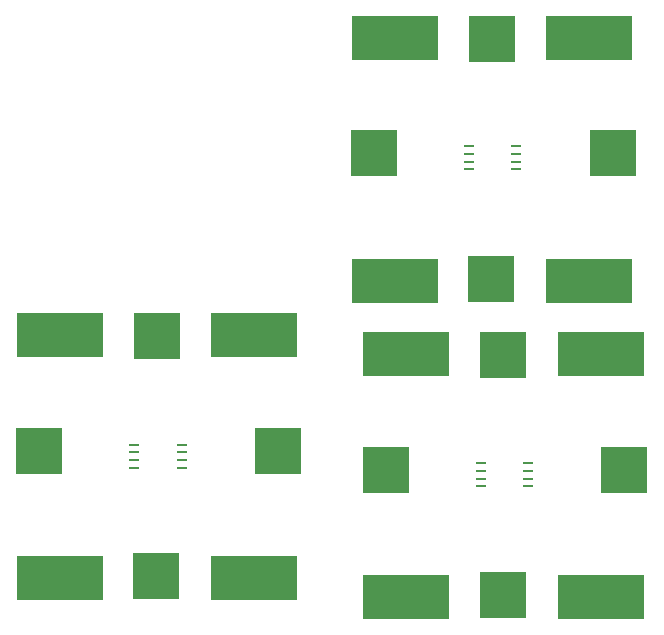
<source format=gbr>
%TF.GenerationSoftware,KiCad,Pcbnew,(5.1.12)-1*%
%TF.CreationDate,2022-11-07T03:47:31-06:00*%
%TF.ProjectId,perovskite_contact_board,7065726f-7673-46b6-9974-655f636f6e74,rev?*%
%TF.SameCoordinates,Original*%
%TF.FileFunction,Soldermask,Top*%
%TF.FilePolarity,Negative*%
%FSLAX46Y46*%
G04 Gerber Fmt 4.6, Leading zero omitted, Abs format (unit mm)*
G04 Created by KiCad (PCBNEW (5.1.12)-1) date 2022-11-07 03:47:31*
%MOMM*%
%LPD*%
G01*
G04 APERTURE LIST*
%ADD10O,1.000000X0.250000*%
%ADD11R,7.400000X3.800000*%
%ADD12R,4.000000X4.000000*%
G04 APERTURE END LIST*
D10*
%TO.C,U6*%
X211050120Y-58744760D03*
X215050120Y-58744760D03*
X211050120Y-58094760D03*
X215050120Y-58094760D03*
X211050120Y-57444760D03*
X215050120Y-57444760D03*
X211050120Y-56794760D03*
X215050120Y-56794760D03*
%TD*%
%TO.C,U5*%
X212030560Y-85597640D03*
X216030560Y-85597640D03*
X212030560Y-84947640D03*
X216030560Y-84947640D03*
X212030560Y-84297640D03*
X216030560Y-84297640D03*
X212030560Y-83647640D03*
X216030560Y-83647640D03*
%TD*%
%TO.C,U4*%
X186698640Y-82062680D03*
X182698640Y-82062680D03*
X186698640Y-82712680D03*
X182698640Y-82712680D03*
X186698640Y-83362680D03*
X182698640Y-83362680D03*
X186698640Y-84012680D03*
X182698640Y-84012680D03*
%TD*%
D11*
%TO.C,U1*%
X176413720Y-72795720D03*
X192863720Y-72795720D03*
X192863720Y-93395720D03*
X176413720Y-93395720D03*
D12*
X184613720Y-72895720D03*
X184563720Y-93195720D03*
X174663720Y-82595720D03*
X194863720Y-82595720D03*
%TD*%
D11*
%TO.C,U2*%
X205740560Y-74401000D03*
X222190560Y-74401000D03*
X222190560Y-95001000D03*
X205740560Y-95001000D03*
D12*
X213940560Y-74501000D03*
X213890560Y-94801000D03*
X203990560Y-84201000D03*
X224190560Y-84201000D03*
%TD*%
%TO.C,U3*%
X223206960Y-57404000D03*
X203006960Y-57404000D03*
X212906960Y-68004000D03*
X212956960Y-47704000D03*
D11*
X204756960Y-68204000D03*
X221206960Y-68204000D03*
X221206960Y-47604000D03*
X204756960Y-47604000D03*
%TD*%
M02*

</source>
